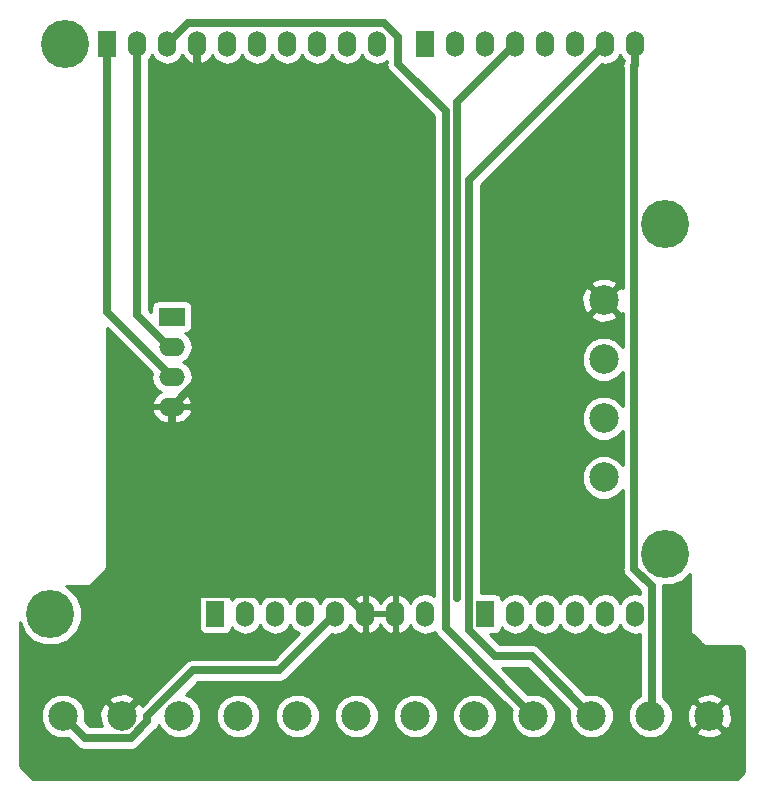
<source format=gbr>
G04 #@! TF.GenerationSoftware,KiCad,Pcbnew,(5.0.1)-3*
G04 #@! TF.CreationDate,2019-04-12T12:39:31-05:00*
G04 #@! TF.ProjectId,Arduino_As_Uno,41726475696E6F5F41735F556E6F2E6B,rev?*
G04 #@! TF.SameCoordinates,Original*
G04 #@! TF.FileFunction,Copper,L1,Top,Signal*
G04 #@! TF.FilePolarity,Positive*
%FSLAX46Y46*%
G04 Gerber Fmt 4.6, Leading zero omitted, Abs format (unit mm)*
G04 Created by KiCad (PCBNEW (5.0.1)-3) date 12/04/2019 12:39:31*
%MOMM*%
%LPD*%
G01*
G04 APERTURE LIST*
G04 #@! TA.AperFunction,ComponentPad*
%ADD10C,4.064000*%
G04 #@! TD*
G04 #@! TA.AperFunction,ComponentPad*
%ADD11C,2.500000*%
G04 #@! TD*
G04 #@! TA.AperFunction,ComponentPad*
%ADD12R,1.524000X2.199640*%
G04 #@! TD*
G04 #@! TA.AperFunction,ComponentPad*
%ADD13O,1.524000X2.199640*%
G04 #@! TD*
G04 #@! TA.AperFunction,ComponentPad*
%ADD14R,2.199640X1.524000*%
G04 #@! TD*
G04 #@! TA.AperFunction,ComponentPad*
%ADD15O,2.199640X1.524000*%
G04 #@! TD*
G04 #@! TA.AperFunction,ViaPad*
%ADD16C,0.600000*%
G04 #@! TD*
G04 #@! TA.AperFunction,Conductor*
%ADD17C,0.700000*%
G04 #@! TD*
G04 #@! TA.AperFunction,Conductor*
%ADD18C,0.254000*%
G04 #@! TD*
G04 APERTURE END LIST*
D10*
G04 #@! TO.P,P8,1*
G04 #@! TO.N,N/C*
X177038000Y-90805000D03*
G04 #@! TD*
G04 #@! TO.P,P6,1*
G04 #@! TO.N,N/C*
X177038000Y-118745000D03*
G04 #@! TD*
D11*
G04 #@! TO.P,P10,7*
G04 #@! TO.N,/AREF*
X165876000Y-132461000D03*
G04 #@! TO.P,P10,6*
G04 #@! TO.N,/A1*
X160876000Y-132461000D03*
G04 #@! TO.P,P10,5*
G04 #@! TO.N,/A0*
X155876000Y-132461000D03*
G04 #@! TO.P,P10,4*
G04 #@! TO.N,/4*
X150876000Y-132461000D03*
G04 #@! TO.P,P10,3*
G04 #@! TO.N,/5(\002A\002A)*
X145876000Y-132461000D03*
G04 #@! TO.P,P10,1*
G04 #@! TO.N,/7*
X135876000Y-132461000D03*
G04 #@! TO.P,P10,2*
G04 #@! TO.N,/6(\002A\002A)*
X140876000Y-132461000D03*
G04 #@! TD*
D10*
G04 #@! TO.P,P5,1*
G04 #@! TO.N,N/C*
X124968000Y-123825000D03*
G04 #@! TD*
G04 #@! TO.P,P7,1*
G04 #@! TO.N,N/C*
X126238000Y-75565000D03*
G04 #@! TD*
D11*
G04 #@! TO.P,P9,4*
G04 #@! TO.N,GND*
X171831000Y-97275000D03*
G04 #@! TO.P,P9,3*
G04 #@! TO.N,/(SCL)*
X171831000Y-102275000D03*
G04 #@! TO.P,P9,1*
G04 #@! TO.N,+5V*
X171831000Y-112275000D03*
G04 #@! TO.P,P9,2*
G04 #@! TO.N,/(SDA)*
X171831000Y-107275000D03*
G04 #@! TD*
G04 #@! TO.P,P11,1*
G04 #@! TO.N,+5V*
X126024000Y-132461000D03*
G04 #@! TO.P,P11,2*
G04 #@! TO.N,GND*
X131024000Y-132461000D03*
G04 #@! TD*
D12*
G04 #@! TO.P,P3,1*
G04 #@! TO.N,/(SCL)*
X129794000Y-75565000D03*
D13*
G04 #@! TO.P,P3,2*
G04 #@! TO.N,/(SDA)*
X132334000Y-75565000D03*
G04 #@! TO.P,P3,3*
G04 #@! TO.N,/AREF*
X134874000Y-75565000D03*
G04 #@! TO.P,P3,4*
G04 #@! TO.N,GND*
X137414000Y-75565000D03*
G04 #@! TO.P,P3,5*
G04 #@! TO.N,N/C*
X139954000Y-75565000D03*
G04 #@! TO.P,P3,6*
X142494000Y-75565000D03*
G04 #@! TO.P,P3,7*
X145034000Y-75565000D03*
G04 #@! TO.P,P3,8*
X147574000Y-75565000D03*
G04 #@! TO.P,P3,9*
X150114000Y-75565000D03*
G04 #@! TO.P,P3,10*
X152654000Y-75565000D03*
G04 #@! TD*
D12*
G04 #@! TO.P,P1,1*
G04 #@! TO.N,N/C*
X138938000Y-123825000D03*
D13*
G04 #@! TO.P,P1,2*
X141478000Y-123825000D03*
G04 #@! TO.P,P1,3*
X144018000Y-123825000D03*
G04 #@! TO.P,P1,4*
X146558000Y-123825000D03*
G04 #@! TO.P,P1,5*
G04 #@! TO.N,+5V*
X149098000Y-123825000D03*
G04 #@! TO.P,P1,6*
G04 #@! TO.N,GND*
X151638000Y-123825000D03*
G04 #@! TO.P,P1,7*
X154178000Y-123825000D03*
G04 #@! TO.P,P1,8*
G04 #@! TO.N,N/C*
X156718000Y-123825000D03*
G04 #@! TD*
D12*
G04 #@! TO.P,P2,1*
G04 #@! TO.N,/A0*
X161798000Y-123825000D03*
D13*
G04 #@! TO.P,P2,2*
G04 #@! TO.N,/A1*
X164338000Y-123825000D03*
G04 #@! TO.P,P2,3*
G04 #@! TO.N,N/C*
X166878000Y-123825000D03*
G04 #@! TO.P,P2,4*
X169418000Y-123825000D03*
G04 #@! TO.P,P2,5*
X171958000Y-123825000D03*
G04 #@! TO.P,P2,6*
X174498000Y-123825000D03*
G04 #@! TD*
D12*
G04 #@! TO.P,P4,1*
G04 #@! TO.N,/7*
X156718000Y-75565000D03*
D13*
G04 #@! TO.P,P4,2*
G04 #@! TO.N,/6(\002A\002A)*
X159258000Y-75565000D03*
G04 #@! TO.P,P4,3*
G04 #@! TO.N,/5(\002A\002A)*
X161798000Y-75565000D03*
G04 #@! TO.P,P4,4*
G04 #@! TO.N,/4*
X164338000Y-75565000D03*
G04 #@! TO.P,P4,5*
G04 #@! TO.N,N/C*
X166878000Y-75565000D03*
G04 #@! TO.P,P4,6*
X169418000Y-75565000D03*
G04 #@! TO.P,P4,7*
G04 #@! TO.N,/1(Tx)*
X171958000Y-75565000D03*
G04 #@! TO.P,P4,8*
G04 #@! TO.N,/0(Rx)*
X174498000Y-75565000D03*
G04 #@! TD*
D11*
G04 #@! TO.P,J1,3*
G04 #@! TO.N,GND*
X180768000Y-132461000D03*
G04 #@! TO.P,J1,1*
G04 #@! TO.N,/1(Tx)*
X170768000Y-132461000D03*
G04 #@! TO.P,J1,2*
G04 #@! TO.N,/0(Rx)*
X175768000Y-132461000D03*
G04 #@! TD*
D14*
G04 #@! TO.P,P12,1*
G04 #@! TO.N,+5V*
X135255000Y-98679000D03*
D15*
G04 #@! TO.P,P12,2*
G04 #@! TO.N,/(SDA)*
X135255000Y-101219000D03*
G04 #@! TO.P,P12,3*
G04 #@! TO.N,/(SCL)*
X135255000Y-103759000D03*
G04 #@! TO.P,P12,4*
G04 #@! TO.N,GND*
X135255000Y-106299000D03*
G04 #@! TD*
D16*
G04 #@! TO.N,/4*
X159437100Y-122458400D03*
G04 #@! TD*
D17*
G04 #@! TO.N,+5V*
X127893300Y-134330300D02*
X126024000Y-132461000D01*
X131800400Y-134330300D02*
X127893300Y-134330300D01*
X133196300Y-132934400D02*
X131800400Y-134330300D01*
X133196300Y-132511700D02*
X133196300Y-132934400D01*
X137088200Y-128619800D02*
X133196300Y-132511700D01*
X144303200Y-128619800D02*
X137088200Y-128619800D01*
X149098000Y-123825000D02*
X144303200Y-128619800D01*
G04 #@! TO.N,GND*
X137414000Y-104140000D02*
X135255000Y-106299000D01*
X137414000Y-75565000D02*
X137414000Y-104140000D01*
X149937700Y-122124700D02*
X135255000Y-122124700D01*
X151638000Y-123825000D02*
X149937700Y-122124700D01*
X135255000Y-106299000D02*
X135255000Y-122124700D01*
X135255000Y-128230000D02*
X131024000Y-132461000D01*
X135255000Y-122124700D02*
X135255000Y-128230000D01*
G04 #@! TO.N,/(SCL)*
X129794000Y-98298000D02*
X129794000Y-77364800D01*
X135255000Y-103759000D02*
X129794000Y-98298000D01*
X129794000Y-75565000D02*
X129794000Y-77364800D01*
G04 #@! TO.N,/(SDA)*
X132334000Y-98522200D02*
X132334000Y-75565000D01*
X135030800Y-101219000D02*
X132334000Y-98522200D01*
X135255000Y-101219000D02*
X135030800Y-101219000D01*
G04 #@! TO.N,/AREF*
X158444000Y-125029000D02*
X165876000Y-132461000D01*
X158444000Y-81283100D02*
X158444000Y-125029000D01*
X154426200Y-77265300D02*
X158444000Y-81283100D01*
X154426200Y-75014600D02*
X154426200Y-77265300D01*
X153225600Y-73814000D02*
X154426200Y-75014600D01*
X136625000Y-73814000D02*
X153225600Y-73814000D01*
X134874000Y-75565000D02*
X136625000Y-73814000D01*
G04 #@! TO.N,/4*
X159437100Y-80465900D02*
X159437100Y-122458400D01*
X164338000Y-75565000D02*
X159437100Y-80465900D01*
G04 #@! TO.N,/1(Tx)*
X160430100Y-87092900D02*
X171958000Y-75565000D01*
X160430100Y-125195000D02*
X160430100Y-87092900D01*
X162640900Y-127405800D02*
X160430100Y-125195000D01*
X165712800Y-127405800D02*
X162640900Y-127405800D01*
X170768000Y-132461000D02*
X165712800Y-127405800D01*
G04 #@! TO.N,/0(Rx)*
X174405600Y-77457300D02*
X174498000Y-77364900D01*
X174405600Y-120031800D02*
X174405600Y-77457300D01*
X175876000Y-121502200D02*
X174405600Y-120031800D01*
X175876000Y-132353000D02*
X175876000Y-121502200D01*
X175768000Y-132461000D02*
X175876000Y-132353000D01*
X174498000Y-75565000D02*
X174498000Y-77364900D01*
G04 #@! TD*
D18*
G04 #@! TO.N,GND*
G36*
X137541000Y-75438000D02*
X137561000Y-75438000D01*
X137561000Y-75692000D01*
X137541000Y-75692000D01*
X137541000Y-77134540D01*
X137757070Y-77257040D01*
X137831277Y-77242080D01*
X138312026Y-76980450D01*
X138656059Y-76554761D01*
X138672420Y-76499331D01*
X138946821Y-76910000D01*
X139408919Y-77218764D01*
X139954000Y-77327188D01*
X140499082Y-77218764D01*
X140961180Y-76910000D01*
X141224000Y-76516662D01*
X141486821Y-76910000D01*
X141948919Y-77218764D01*
X142494000Y-77327188D01*
X143039082Y-77218764D01*
X143501180Y-76910000D01*
X143764000Y-76516662D01*
X144026821Y-76910000D01*
X144488919Y-77218764D01*
X145034000Y-77327188D01*
X145579082Y-77218764D01*
X146041180Y-76910000D01*
X146304000Y-76516662D01*
X146566821Y-76910000D01*
X147028919Y-77218764D01*
X147574000Y-77327188D01*
X148119082Y-77218764D01*
X148581180Y-76910000D01*
X148844000Y-76516662D01*
X149106821Y-76910000D01*
X149568919Y-77218764D01*
X150114000Y-77327188D01*
X150659082Y-77218764D01*
X151121180Y-76910000D01*
X151384000Y-76516662D01*
X151646821Y-76910000D01*
X152108919Y-77218764D01*
X152654000Y-77327188D01*
X153199082Y-77218764D01*
X153441201Y-77056985D01*
X153441201Y-77168287D01*
X153421904Y-77265300D01*
X153498351Y-77649627D01*
X153661102Y-77893202D01*
X153661105Y-77893205D01*
X153716056Y-77975445D01*
X153798296Y-78030396D01*
X157459000Y-81691100D01*
X157459001Y-122302146D01*
X157263081Y-122171236D01*
X156718000Y-122062812D01*
X156172918Y-122171236D01*
X155710820Y-122480001D01*
X155436420Y-122890670D01*
X155420059Y-122835239D01*
X155076026Y-122409550D01*
X154595277Y-122147920D01*
X154521070Y-122132960D01*
X154305000Y-122255460D01*
X154305000Y-123698000D01*
X154325000Y-123698000D01*
X154325000Y-123952000D01*
X154305000Y-123952000D01*
X154305000Y-125394540D01*
X154521070Y-125517040D01*
X154595277Y-125502080D01*
X155076026Y-125240450D01*
X155420059Y-124814761D01*
X155436420Y-124759331D01*
X155710821Y-125170000D01*
X156172919Y-125478764D01*
X156718000Y-125587188D01*
X157263082Y-125478764D01*
X157497951Y-125321829D01*
X157516151Y-125413327D01*
X157678902Y-125656902D01*
X157678905Y-125656905D01*
X157733856Y-125739145D01*
X157816096Y-125794096D01*
X164025283Y-132003283D01*
X163991000Y-132086050D01*
X163991000Y-132835950D01*
X164277974Y-133528767D01*
X164808233Y-134059026D01*
X165501050Y-134346000D01*
X166250950Y-134346000D01*
X166943767Y-134059026D01*
X167474026Y-133528767D01*
X167761000Y-132835950D01*
X167761000Y-132086050D01*
X167474026Y-131393233D01*
X166943767Y-130862974D01*
X166250950Y-130576000D01*
X165501050Y-130576000D01*
X165418283Y-130610283D01*
X163198800Y-128390800D01*
X165304800Y-128390800D01*
X168917283Y-132003283D01*
X168883000Y-132086050D01*
X168883000Y-132835950D01*
X169169974Y-133528767D01*
X169700233Y-134059026D01*
X170393050Y-134346000D01*
X171142950Y-134346000D01*
X171835767Y-134059026D01*
X172366026Y-133528767D01*
X172653000Y-132835950D01*
X172653000Y-132086050D01*
X172366026Y-131393233D01*
X171835767Y-130862974D01*
X171142950Y-130576000D01*
X170393050Y-130576000D01*
X170310283Y-130610283D01*
X166477897Y-126777897D01*
X166422945Y-126695655D01*
X166097128Y-126477951D01*
X165809812Y-126420800D01*
X165809808Y-126420800D01*
X165712800Y-126401504D01*
X165615792Y-126420800D01*
X163048900Y-126420800D01*
X162200360Y-125572260D01*
X162560000Y-125572260D01*
X162807765Y-125522977D01*
X163017809Y-125382629D01*
X163158157Y-125172585D01*
X163198162Y-124971463D01*
X163330821Y-125170000D01*
X163792919Y-125478764D01*
X164338000Y-125587188D01*
X164883082Y-125478764D01*
X165345180Y-125170000D01*
X165608000Y-124776662D01*
X165870821Y-125170000D01*
X166332919Y-125478764D01*
X166878000Y-125587188D01*
X167423082Y-125478764D01*
X167885180Y-125170000D01*
X168148000Y-124776662D01*
X168410821Y-125170000D01*
X168872919Y-125478764D01*
X169418000Y-125587188D01*
X169963082Y-125478764D01*
X170425180Y-125170000D01*
X170688000Y-124776662D01*
X170950821Y-125170000D01*
X171412919Y-125478764D01*
X171958000Y-125587188D01*
X172503082Y-125478764D01*
X172965180Y-125170000D01*
X173228000Y-124776662D01*
X173490821Y-125170000D01*
X173952919Y-125478764D01*
X174498000Y-125587188D01*
X174891001Y-125509015D01*
X174891000Y-130783956D01*
X174700233Y-130862974D01*
X174169974Y-131393233D01*
X173883000Y-132086050D01*
X173883000Y-132835950D01*
X174169974Y-133528767D01*
X174700233Y-134059026D01*
X175393050Y-134346000D01*
X176142950Y-134346000D01*
X176835767Y-134059026D01*
X177100473Y-133794320D01*
X179614285Y-133794320D01*
X179743533Y-134087123D01*
X180443806Y-134355388D01*
X181193435Y-134335250D01*
X181792467Y-134087123D01*
X181921715Y-133794320D01*
X180768000Y-132640605D01*
X179614285Y-133794320D01*
X177100473Y-133794320D01*
X177366026Y-133528767D01*
X177653000Y-132835950D01*
X177653000Y-132136806D01*
X178873612Y-132136806D01*
X178893750Y-132886435D01*
X179141877Y-133485467D01*
X179434680Y-133614715D01*
X180588395Y-132461000D01*
X180947605Y-132461000D01*
X182101320Y-133614715D01*
X182394123Y-133485467D01*
X182662388Y-132785194D01*
X182642250Y-132035565D01*
X182394123Y-131436533D01*
X182101320Y-131307285D01*
X180947605Y-132461000D01*
X180588395Y-132461000D01*
X179434680Y-131307285D01*
X179141877Y-131436533D01*
X178873612Y-132136806D01*
X177653000Y-132136806D01*
X177653000Y-132086050D01*
X177366026Y-131393233D01*
X177100473Y-131127680D01*
X179614285Y-131127680D01*
X180768000Y-132281395D01*
X181921715Y-131127680D01*
X181792467Y-130834877D01*
X181092194Y-130566612D01*
X180342565Y-130586750D01*
X179743533Y-130834877D01*
X179614285Y-131127680D01*
X177100473Y-131127680D01*
X176861000Y-130888207D01*
X176861000Y-121599208D01*
X176880296Y-121502200D01*
X176862354Y-121412000D01*
X177568499Y-121412000D01*
X178548734Y-121005974D01*
X179122001Y-120432707D01*
X179122001Y-125025071D01*
X179108091Y-125095000D01*
X179147280Y-125292012D01*
X179163196Y-125372028D01*
X179320120Y-125606881D01*
X179379401Y-125646492D01*
X180042509Y-126309601D01*
X180082119Y-126368881D01*
X180141398Y-126408490D01*
X180141399Y-126408491D01*
X180316972Y-126525805D01*
X180594000Y-126580909D01*
X180663926Y-126567000D01*
X183347909Y-126567000D01*
X183694000Y-126913091D01*
X183694001Y-137246908D01*
X183093910Y-137847000D01*
X123484091Y-137847000D01*
X122376000Y-136738910D01*
X122376000Y-132086050D01*
X124139000Y-132086050D01*
X124139000Y-132835950D01*
X124425974Y-133528767D01*
X124956233Y-134059026D01*
X125649050Y-134346000D01*
X126398950Y-134346000D01*
X126481717Y-134311717D01*
X127128202Y-134958202D01*
X127183155Y-135040445D01*
X127508972Y-135258149D01*
X127796288Y-135315300D01*
X127796292Y-135315300D01*
X127893299Y-135334596D01*
X127990306Y-135315300D01*
X131703392Y-135315300D01*
X131800400Y-135334596D01*
X131897408Y-135315300D01*
X131897412Y-135315300D01*
X132184728Y-135258149D01*
X132510545Y-135040445D01*
X132565498Y-134958202D01*
X133824205Y-133699496D01*
X133906445Y-133644545D01*
X133961396Y-133562305D01*
X133961398Y-133562303D01*
X134124149Y-133318728D01*
X134145828Y-133209739D01*
X134277974Y-133528767D01*
X134808233Y-134059026D01*
X135501050Y-134346000D01*
X136250950Y-134346000D01*
X136943767Y-134059026D01*
X137474026Y-133528767D01*
X137761000Y-132835950D01*
X137761000Y-132086050D01*
X138991000Y-132086050D01*
X138991000Y-132835950D01*
X139277974Y-133528767D01*
X139808233Y-134059026D01*
X140501050Y-134346000D01*
X141250950Y-134346000D01*
X141943767Y-134059026D01*
X142474026Y-133528767D01*
X142761000Y-132835950D01*
X142761000Y-132086050D01*
X143991000Y-132086050D01*
X143991000Y-132835950D01*
X144277974Y-133528767D01*
X144808233Y-134059026D01*
X145501050Y-134346000D01*
X146250950Y-134346000D01*
X146943767Y-134059026D01*
X147474026Y-133528767D01*
X147761000Y-132835950D01*
X147761000Y-132086050D01*
X148991000Y-132086050D01*
X148991000Y-132835950D01*
X149277974Y-133528767D01*
X149808233Y-134059026D01*
X150501050Y-134346000D01*
X151250950Y-134346000D01*
X151943767Y-134059026D01*
X152474026Y-133528767D01*
X152761000Y-132835950D01*
X152761000Y-132086050D01*
X153991000Y-132086050D01*
X153991000Y-132835950D01*
X154277974Y-133528767D01*
X154808233Y-134059026D01*
X155501050Y-134346000D01*
X156250950Y-134346000D01*
X156943767Y-134059026D01*
X157474026Y-133528767D01*
X157761000Y-132835950D01*
X157761000Y-132086050D01*
X158991000Y-132086050D01*
X158991000Y-132835950D01*
X159277974Y-133528767D01*
X159808233Y-134059026D01*
X160501050Y-134346000D01*
X161250950Y-134346000D01*
X161943767Y-134059026D01*
X162474026Y-133528767D01*
X162761000Y-132835950D01*
X162761000Y-132086050D01*
X162474026Y-131393233D01*
X161943767Y-130862974D01*
X161250950Y-130576000D01*
X160501050Y-130576000D01*
X159808233Y-130862974D01*
X159277974Y-131393233D01*
X158991000Y-132086050D01*
X157761000Y-132086050D01*
X157474026Y-131393233D01*
X156943767Y-130862974D01*
X156250950Y-130576000D01*
X155501050Y-130576000D01*
X154808233Y-130862974D01*
X154277974Y-131393233D01*
X153991000Y-132086050D01*
X152761000Y-132086050D01*
X152474026Y-131393233D01*
X151943767Y-130862974D01*
X151250950Y-130576000D01*
X150501050Y-130576000D01*
X149808233Y-130862974D01*
X149277974Y-131393233D01*
X148991000Y-132086050D01*
X147761000Y-132086050D01*
X147474026Y-131393233D01*
X146943767Y-130862974D01*
X146250950Y-130576000D01*
X145501050Y-130576000D01*
X144808233Y-130862974D01*
X144277974Y-131393233D01*
X143991000Y-132086050D01*
X142761000Y-132086050D01*
X142474026Y-131393233D01*
X141943767Y-130862974D01*
X141250950Y-130576000D01*
X140501050Y-130576000D01*
X139808233Y-130862974D01*
X139277974Y-131393233D01*
X138991000Y-132086050D01*
X137761000Y-132086050D01*
X137474026Y-131393233D01*
X136943767Y-130862974D01*
X136444733Y-130656268D01*
X137496201Y-129604800D01*
X144206192Y-129604800D01*
X144303200Y-129624096D01*
X144400208Y-129604800D01*
X144400212Y-129604800D01*
X144687528Y-129547649D01*
X145013345Y-129329945D01*
X145068298Y-129247702D01*
X148790065Y-125525935D01*
X149098000Y-125587188D01*
X149643082Y-125478764D01*
X150105180Y-125170000D01*
X150379580Y-124759331D01*
X150395941Y-124814761D01*
X150739974Y-125240450D01*
X151220723Y-125502080D01*
X151294930Y-125517040D01*
X151511000Y-125394540D01*
X151511000Y-123952000D01*
X151765000Y-123952000D01*
X151765000Y-125394540D01*
X151981070Y-125517040D01*
X152055277Y-125502080D01*
X152536026Y-125240450D01*
X152880059Y-124814761D01*
X152908000Y-124720097D01*
X152935941Y-124814761D01*
X153279974Y-125240450D01*
X153760723Y-125502080D01*
X153834930Y-125517040D01*
X154051000Y-125394540D01*
X154051000Y-123952000D01*
X151765000Y-123952000D01*
X151511000Y-123952000D01*
X151491000Y-123952000D01*
X151491000Y-123698000D01*
X151511000Y-123698000D01*
X151511000Y-122255460D01*
X151765000Y-122255460D01*
X151765000Y-123698000D01*
X154051000Y-123698000D01*
X154051000Y-122255460D01*
X153834930Y-122132960D01*
X153760723Y-122147920D01*
X153279974Y-122409550D01*
X152935941Y-122835239D01*
X152908000Y-122929903D01*
X152880059Y-122835239D01*
X152536026Y-122409550D01*
X152055277Y-122147920D01*
X151981070Y-122132960D01*
X151765000Y-122255460D01*
X151511000Y-122255460D01*
X151294930Y-122132960D01*
X151220723Y-122147920D01*
X150739974Y-122409550D01*
X150395941Y-122835239D01*
X150379580Y-122890669D01*
X150105179Y-122480000D01*
X149643081Y-122171236D01*
X149098000Y-122062812D01*
X148552918Y-122171236D01*
X148090820Y-122480001D01*
X147828000Y-122873339D01*
X147565179Y-122480000D01*
X147103081Y-122171236D01*
X146558000Y-122062812D01*
X146012918Y-122171236D01*
X145550820Y-122480001D01*
X145288000Y-122873339D01*
X145025179Y-122480000D01*
X144563081Y-122171236D01*
X144018000Y-122062812D01*
X143472918Y-122171236D01*
X143010820Y-122480001D01*
X142748000Y-122873339D01*
X142485179Y-122480000D01*
X142023081Y-122171236D01*
X141478000Y-122062812D01*
X140932918Y-122171236D01*
X140470820Y-122480001D01*
X140338162Y-122678537D01*
X140298157Y-122477415D01*
X140157809Y-122267371D01*
X139947765Y-122127023D01*
X139700000Y-122077740D01*
X138176000Y-122077740D01*
X137928235Y-122127023D01*
X137718191Y-122267371D01*
X137577843Y-122477415D01*
X137528560Y-122725180D01*
X137528560Y-124924820D01*
X137577843Y-125172585D01*
X137718191Y-125382629D01*
X137928235Y-125522977D01*
X138176000Y-125572260D01*
X139700000Y-125572260D01*
X139947765Y-125522977D01*
X140157809Y-125382629D01*
X140298157Y-125172585D01*
X140338162Y-124971463D01*
X140470821Y-125170000D01*
X140932919Y-125478764D01*
X141478000Y-125587188D01*
X142023082Y-125478764D01*
X142485180Y-125170000D01*
X142748000Y-124776662D01*
X143010821Y-125170000D01*
X143472919Y-125478764D01*
X144018000Y-125587188D01*
X144563082Y-125478764D01*
X145025180Y-125170000D01*
X145288000Y-124776662D01*
X145550821Y-125170000D01*
X146012919Y-125478764D01*
X146044879Y-125485121D01*
X143895200Y-127634800D01*
X137185208Y-127634800D01*
X137088200Y-127615504D01*
X136991192Y-127634800D01*
X136991188Y-127634800D01*
X136703872Y-127691951D01*
X136460297Y-127854702D01*
X136460295Y-127854704D01*
X136378055Y-127909655D01*
X136323104Y-127991895D01*
X132717003Y-131597997D01*
X132650123Y-131436533D01*
X132357320Y-131307285D01*
X131203605Y-132461000D01*
X131217748Y-132475143D01*
X131038143Y-132654748D01*
X131024000Y-132640605D01*
X131009858Y-132654748D01*
X130830253Y-132475143D01*
X130844395Y-132461000D01*
X129690680Y-131307285D01*
X129397877Y-131436533D01*
X129129612Y-132136806D01*
X129149750Y-132886435D01*
X129339818Y-133345300D01*
X128301300Y-133345300D01*
X127874717Y-132918717D01*
X127909000Y-132835950D01*
X127909000Y-132086050D01*
X127622026Y-131393233D01*
X127356473Y-131127680D01*
X129870285Y-131127680D01*
X131024000Y-132281395D01*
X132177715Y-131127680D01*
X132048467Y-130834877D01*
X131348194Y-130566612D01*
X130598565Y-130586750D01*
X129999533Y-130834877D01*
X129870285Y-131127680D01*
X127356473Y-131127680D01*
X127091767Y-130862974D01*
X126398950Y-130576000D01*
X125649050Y-130576000D01*
X124956233Y-130862974D01*
X124425974Y-131393233D01*
X124139000Y-132086050D01*
X122376000Y-132086050D01*
X122376000Y-124536565D01*
X122707026Y-125335734D01*
X123457266Y-126085974D01*
X124437501Y-126492000D01*
X125498499Y-126492000D01*
X126478734Y-126085974D01*
X127228974Y-125335734D01*
X127635000Y-124355499D01*
X127635000Y-123294501D01*
X127228974Y-122314266D01*
X126478734Y-121564026D01*
X126292776Y-121487000D01*
X127946076Y-121487000D01*
X128016000Y-121500909D01*
X128085924Y-121487000D01*
X128085926Y-121487000D01*
X128293028Y-121445805D01*
X128527881Y-121288881D01*
X128567494Y-121229596D01*
X129484599Y-120312492D01*
X129543881Y-120272881D01*
X129700805Y-120038028D01*
X129742000Y-119830926D01*
X129742000Y-119830925D01*
X129755909Y-119761000D01*
X129742000Y-119691076D01*
X129742000Y-106642070D01*
X133562960Y-106642070D01*
X133577920Y-106716277D01*
X133839550Y-107197026D01*
X134265239Y-107541059D01*
X134790180Y-107696000D01*
X135128000Y-107696000D01*
X135128000Y-106426000D01*
X135382000Y-106426000D01*
X135382000Y-107696000D01*
X135719820Y-107696000D01*
X136244761Y-107541059D01*
X136670450Y-107197026D01*
X136932080Y-106716277D01*
X136947040Y-106642070D01*
X136824540Y-106426000D01*
X135382000Y-106426000D01*
X135128000Y-106426000D01*
X133685460Y-106426000D01*
X133562960Y-106642070D01*
X129742000Y-106642070D01*
X129742000Y-99639000D01*
X133554064Y-103451064D01*
X133492812Y-103759000D01*
X133601236Y-104304082D01*
X133910000Y-104766180D01*
X134320669Y-105040580D01*
X134265239Y-105056941D01*
X133839550Y-105400974D01*
X133577920Y-105881723D01*
X133562960Y-105955930D01*
X133685460Y-106172000D01*
X135128000Y-106172000D01*
X135128000Y-106152000D01*
X135382000Y-106152000D01*
X135382000Y-106172000D01*
X136824540Y-106172000D01*
X136947040Y-105955930D01*
X136932080Y-105881723D01*
X136670450Y-105400974D01*
X136244761Y-105056941D01*
X136189331Y-105040580D01*
X136600000Y-104766180D01*
X136908764Y-104304082D01*
X137017188Y-103759000D01*
X136908764Y-103213918D01*
X136600000Y-102751820D01*
X136206662Y-102489000D01*
X136600000Y-102226180D01*
X136908764Y-101764082D01*
X137017188Y-101219000D01*
X136908764Y-100673918D01*
X136600000Y-100211820D01*
X136401463Y-100079162D01*
X136602585Y-100039157D01*
X136812629Y-99898809D01*
X136952977Y-99688765D01*
X137002260Y-99441000D01*
X137002260Y-97917000D01*
X136952977Y-97669235D01*
X136812629Y-97459191D01*
X136602585Y-97318843D01*
X136354820Y-97269560D01*
X134155180Y-97269560D01*
X133907415Y-97318843D01*
X133697371Y-97459191D01*
X133557023Y-97669235D01*
X133507740Y-97917000D01*
X133507740Y-98302940D01*
X133319000Y-98114200D01*
X133319000Y-76924820D01*
X133341180Y-76910000D01*
X133604000Y-76516662D01*
X133866821Y-76910000D01*
X134328919Y-77218764D01*
X134874000Y-77327188D01*
X135419082Y-77218764D01*
X135881180Y-76910000D01*
X136155580Y-76499331D01*
X136171941Y-76554761D01*
X136515974Y-76980450D01*
X136996723Y-77242080D01*
X137070930Y-77257040D01*
X137287000Y-77134540D01*
X137287000Y-75692000D01*
X137267000Y-75692000D01*
X137267000Y-75438000D01*
X137287000Y-75438000D01*
X137287000Y-75418000D01*
X137541000Y-75418000D01*
X137541000Y-75438000D01*
X137541000Y-75438000D01*
G37*
X137541000Y-75438000D02*
X137561000Y-75438000D01*
X137561000Y-75692000D01*
X137541000Y-75692000D01*
X137541000Y-77134540D01*
X137757070Y-77257040D01*
X137831277Y-77242080D01*
X138312026Y-76980450D01*
X138656059Y-76554761D01*
X138672420Y-76499331D01*
X138946821Y-76910000D01*
X139408919Y-77218764D01*
X139954000Y-77327188D01*
X140499082Y-77218764D01*
X140961180Y-76910000D01*
X141224000Y-76516662D01*
X141486821Y-76910000D01*
X141948919Y-77218764D01*
X142494000Y-77327188D01*
X143039082Y-77218764D01*
X143501180Y-76910000D01*
X143764000Y-76516662D01*
X144026821Y-76910000D01*
X144488919Y-77218764D01*
X145034000Y-77327188D01*
X145579082Y-77218764D01*
X146041180Y-76910000D01*
X146304000Y-76516662D01*
X146566821Y-76910000D01*
X147028919Y-77218764D01*
X147574000Y-77327188D01*
X148119082Y-77218764D01*
X148581180Y-76910000D01*
X148844000Y-76516662D01*
X149106821Y-76910000D01*
X149568919Y-77218764D01*
X150114000Y-77327188D01*
X150659082Y-77218764D01*
X151121180Y-76910000D01*
X151384000Y-76516662D01*
X151646821Y-76910000D01*
X152108919Y-77218764D01*
X152654000Y-77327188D01*
X153199082Y-77218764D01*
X153441201Y-77056985D01*
X153441201Y-77168287D01*
X153421904Y-77265300D01*
X153498351Y-77649627D01*
X153661102Y-77893202D01*
X153661105Y-77893205D01*
X153716056Y-77975445D01*
X153798296Y-78030396D01*
X157459000Y-81691100D01*
X157459001Y-122302146D01*
X157263081Y-122171236D01*
X156718000Y-122062812D01*
X156172918Y-122171236D01*
X155710820Y-122480001D01*
X155436420Y-122890670D01*
X155420059Y-122835239D01*
X155076026Y-122409550D01*
X154595277Y-122147920D01*
X154521070Y-122132960D01*
X154305000Y-122255460D01*
X154305000Y-123698000D01*
X154325000Y-123698000D01*
X154325000Y-123952000D01*
X154305000Y-123952000D01*
X154305000Y-125394540D01*
X154521070Y-125517040D01*
X154595277Y-125502080D01*
X155076026Y-125240450D01*
X155420059Y-124814761D01*
X155436420Y-124759331D01*
X155710821Y-125170000D01*
X156172919Y-125478764D01*
X156718000Y-125587188D01*
X157263082Y-125478764D01*
X157497951Y-125321829D01*
X157516151Y-125413327D01*
X157678902Y-125656902D01*
X157678905Y-125656905D01*
X157733856Y-125739145D01*
X157816096Y-125794096D01*
X164025283Y-132003283D01*
X163991000Y-132086050D01*
X163991000Y-132835950D01*
X164277974Y-133528767D01*
X164808233Y-134059026D01*
X165501050Y-134346000D01*
X166250950Y-134346000D01*
X166943767Y-134059026D01*
X167474026Y-133528767D01*
X167761000Y-132835950D01*
X167761000Y-132086050D01*
X167474026Y-131393233D01*
X166943767Y-130862974D01*
X166250950Y-130576000D01*
X165501050Y-130576000D01*
X165418283Y-130610283D01*
X163198800Y-128390800D01*
X165304800Y-128390800D01*
X168917283Y-132003283D01*
X168883000Y-132086050D01*
X168883000Y-132835950D01*
X169169974Y-133528767D01*
X169700233Y-134059026D01*
X170393050Y-134346000D01*
X171142950Y-134346000D01*
X171835767Y-134059026D01*
X172366026Y-133528767D01*
X172653000Y-132835950D01*
X172653000Y-132086050D01*
X172366026Y-131393233D01*
X171835767Y-130862974D01*
X171142950Y-130576000D01*
X170393050Y-130576000D01*
X170310283Y-130610283D01*
X166477897Y-126777897D01*
X166422945Y-126695655D01*
X166097128Y-126477951D01*
X165809812Y-126420800D01*
X165809808Y-126420800D01*
X165712800Y-126401504D01*
X165615792Y-126420800D01*
X163048900Y-126420800D01*
X162200360Y-125572260D01*
X162560000Y-125572260D01*
X162807765Y-125522977D01*
X163017809Y-125382629D01*
X163158157Y-125172585D01*
X163198162Y-124971463D01*
X163330821Y-125170000D01*
X163792919Y-125478764D01*
X164338000Y-125587188D01*
X164883082Y-125478764D01*
X165345180Y-125170000D01*
X165608000Y-124776662D01*
X165870821Y-125170000D01*
X166332919Y-125478764D01*
X166878000Y-125587188D01*
X167423082Y-125478764D01*
X167885180Y-125170000D01*
X168148000Y-124776662D01*
X168410821Y-125170000D01*
X168872919Y-125478764D01*
X169418000Y-125587188D01*
X169963082Y-125478764D01*
X170425180Y-125170000D01*
X170688000Y-124776662D01*
X170950821Y-125170000D01*
X171412919Y-125478764D01*
X171958000Y-125587188D01*
X172503082Y-125478764D01*
X172965180Y-125170000D01*
X173228000Y-124776662D01*
X173490821Y-125170000D01*
X173952919Y-125478764D01*
X174498000Y-125587188D01*
X174891001Y-125509015D01*
X174891000Y-130783956D01*
X174700233Y-130862974D01*
X174169974Y-131393233D01*
X173883000Y-132086050D01*
X173883000Y-132835950D01*
X174169974Y-133528767D01*
X174700233Y-134059026D01*
X175393050Y-134346000D01*
X176142950Y-134346000D01*
X176835767Y-134059026D01*
X177100473Y-133794320D01*
X179614285Y-133794320D01*
X179743533Y-134087123D01*
X180443806Y-134355388D01*
X181193435Y-134335250D01*
X181792467Y-134087123D01*
X181921715Y-133794320D01*
X180768000Y-132640605D01*
X179614285Y-133794320D01*
X177100473Y-133794320D01*
X177366026Y-133528767D01*
X177653000Y-132835950D01*
X177653000Y-132136806D01*
X178873612Y-132136806D01*
X178893750Y-132886435D01*
X179141877Y-133485467D01*
X179434680Y-133614715D01*
X180588395Y-132461000D01*
X180947605Y-132461000D01*
X182101320Y-133614715D01*
X182394123Y-133485467D01*
X182662388Y-132785194D01*
X182642250Y-132035565D01*
X182394123Y-131436533D01*
X182101320Y-131307285D01*
X180947605Y-132461000D01*
X180588395Y-132461000D01*
X179434680Y-131307285D01*
X179141877Y-131436533D01*
X178873612Y-132136806D01*
X177653000Y-132136806D01*
X177653000Y-132086050D01*
X177366026Y-131393233D01*
X177100473Y-131127680D01*
X179614285Y-131127680D01*
X180768000Y-132281395D01*
X181921715Y-131127680D01*
X181792467Y-130834877D01*
X181092194Y-130566612D01*
X180342565Y-130586750D01*
X179743533Y-130834877D01*
X179614285Y-131127680D01*
X177100473Y-131127680D01*
X176861000Y-130888207D01*
X176861000Y-121599208D01*
X176880296Y-121502200D01*
X176862354Y-121412000D01*
X177568499Y-121412000D01*
X178548734Y-121005974D01*
X179122001Y-120432707D01*
X179122001Y-125025071D01*
X179108091Y-125095000D01*
X179147280Y-125292012D01*
X179163196Y-125372028D01*
X179320120Y-125606881D01*
X179379401Y-125646492D01*
X180042509Y-126309601D01*
X180082119Y-126368881D01*
X180141398Y-126408490D01*
X180141399Y-126408491D01*
X180316972Y-126525805D01*
X180594000Y-126580909D01*
X180663926Y-126567000D01*
X183347909Y-126567000D01*
X183694000Y-126913091D01*
X183694001Y-137246908D01*
X183093910Y-137847000D01*
X123484091Y-137847000D01*
X122376000Y-136738910D01*
X122376000Y-132086050D01*
X124139000Y-132086050D01*
X124139000Y-132835950D01*
X124425974Y-133528767D01*
X124956233Y-134059026D01*
X125649050Y-134346000D01*
X126398950Y-134346000D01*
X126481717Y-134311717D01*
X127128202Y-134958202D01*
X127183155Y-135040445D01*
X127508972Y-135258149D01*
X127796288Y-135315300D01*
X127796292Y-135315300D01*
X127893299Y-135334596D01*
X127990306Y-135315300D01*
X131703392Y-135315300D01*
X131800400Y-135334596D01*
X131897408Y-135315300D01*
X131897412Y-135315300D01*
X132184728Y-135258149D01*
X132510545Y-135040445D01*
X132565498Y-134958202D01*
X133824205Y-133699496D01*
X133906445Y-133644545D01*
X133961396Y-133562305D01*
X133961398Y-133562303D01*
X134124149Y-133318728D01*
X134145828Y-133209739D01*
X134277974Y-133528767D01*
X134808233Y-134059026D01*
X135501050Y-134346000D01*
X136250950Y-134346000D01*
X136943767Y-134059026D01*
X137474026Y-133528767D01*
X137761000Y-132835950D01*
X137761000Y-132086050D01*
X138991000Y-132086050D01*
X138991000Y-132835950D01*
X139277974Y-133528767D01*
X139808233Y-134059026D01*
X140501050Y-134346000D01*
X141250950Y-134346000D01*
X141943767Y-134059026D01*
X142474026Y-133528767D01*
X142761000Y-132835950D01*
X142761000Y-132086050D01*
X143991000Y-132086050D01*
X143991000Y-132835950D01*
X144277974Y-133528767D01*
X144808233Y-134059026D01*
X145501050Y-134346000D01*
X146250950Y-134346000D01*
X146943767Y-134059026D01*
X147474026Y-133528767D01*
X147761000Y-132835950D01*
X147761000Y-132086050D01*
X148991000Y-132086050D01*
X148991000Y-132835950D01*
X149277974Y-133528767D01*
X149808233Y-134059026D01*
X150501050Y-134346000D01*
X151250950Y-134346000D01*
X151943767Y-134059026D01*
X152474026Y-133528767D01*
X152761000Y-132835950D01*
X152761000Y-132086050D01*
X153991000Y-132086050D01*
X153991000Y-132835950D01*
X154277974Y-133528767D01*
X154808233Y-134059026D01*
X155501050Y-134346000D01*
X156250950Y-134346000D01*
X156943767Y-134059026D01*
X157474026Y-133528767D01*
X157761000Y-132835950D01*
X157761000Y-132086050D01*
X158991000Y-132086050D01*
X158991000Y-132835950D01*
X159277974Y-133528767D01*
X159808233Y-134059026D01*
X160501050Y-134346000D01*
X161250950Y-134346000D01*
X161943767Y-134059026D01*
X162474026Y-133528767D01*
X162761000Y-132835950D01*
X162761000Y-132086050D01*
X162474026Y-131393233D01*
X161943767Y-130862974D01*
X161250950Y-130576000D01*
X160501050Y-130576000D01*
X159808233Y-130862974D01*
X159277974Y-131393233D01*
X158991000Y-132086050D01*
X157761000Y-132086050D01*
X157474026Y-131393233D01*
X156943767Y-130862974D01*
X156250950Y-130576000D01*
X155501050Y-130576000D01*
X154808233Y-130862974D01*
X154277974Y-131393233D01*
X153991000Y-132086050D01*
X152761000Y-132086050D01*
X152474026Y-131393233D01*
X151943767Y-130862974D01*
X151250950Y-130576000D01*
X150501050Y-130576000D01*
X149808233Y-130862974D01*
X149277974Y-131393233D01*
X148991000Y-132086050D01*
X147761000Y-132086050D01*
X147474026Y-131393233D01*
X146943767Y-130862974D01*
X146250950Y-130576000D01*
X145501050Y-130576000D01*
X144808233Y-130862974D01*
X144277974Y-131393233D01*
X143991000Y-132086050D01*
X142761000Y-132086050D01*
X142474026Y-131393233D01*
X141943767Y-130862974D01*
X141250950Y-130576000D01*
X140501050Y-130576000D01*
X139808233Y-130862974D01*
X139277974Y-131393233D01*
X138991000Y-132086050D01*
X137761000Y-132086050D01*
X137474026Y-131393233D01*
X136943767Y-130862974D01*
X136444733Y-130656268D01*
X137496201Y-129604800D01*
X144206192Y-129604800D01*
X144303200Y-129624096D01*
X144400208Y-129604800D01*
X144400212Y-129604800D01*
X144687528Y-129547649D01*
X145013345Y-129329945D01*
X145068298Y-129247702D01*
X148790065Y-125525935D01*
X149098000Y-125587188D01*
X149643082Y-125478764D01*
X150105180Y-125170000D01*
X150379580Y-124759331D01*
X150395941Y-124814761D01*
X150739974Y-125240450D01*
X151220723Y-125502080D01*
X151294930Y-125517040D01*
X151511000Y-125394540D01*
X151511000Y-123952000D01*
X151765000Y-123952000D01*
X151765000Y-125394540D01*
X151981070Y-125517040D01*
X152055277Y-125502080D01*
X152536026Y-125240450D01*
X152880059Y-124814761D01*
X152908000Y-124720097D01*
X152935941Y-124814761D01*
X153279974Y-125240450D01*
X153760723Y-125502080D01*
X153834930Y-125517040D01*
X154051000Y-125394540D01*
X154051000Y-123952000D01*
X151765000Y-123952000D01*
X151511000Y-123952000D01*
X151491000Y-123952000D01*
X151491000Y-123698000D01*
X151511000Y-123698000D01*
X151511000Y-122255460D01*
X151765000Y-122255460D01*
X151765000Y-123698000D01*
X154051000Y-123698000D01*
X154051000Y-122255460D01*
X153834930Y-122132960D01*
X153760723Y-122147920D01*
X153279974Y-122409550D01*
X152935941Y-122835239D01*
X152908000Y-122929903D01*
X152880059Y-122835239D01*
X152536026Y-122409550D01*
X152055277Y-122147920D01*
X151981070Y-122132960D01*
X151765000Y-122255460D01*
X151511000Y-122255460D01*
X151294930Y-122132960D01*
X151220723Y-122147920D01*
X150739974Y-122409550D01*
X150395941Y-122835239D01*
X150379580Y-122890669D01*
X150105179Y-122480000D01*
X149643081Y-122171236D01*
X149098000Y-122062812D01*
X148552918Y-122171236D01*
X148090820Y-122480001D01*
X147828000Y-122873339D01*
X147565179Y-122480000D01*
X147103081Y-122171236D01*
X146558000Y-122062812D01*
X146012918Y-122171236D01*
X145550820Y-122480001D01*
X145288000Y-122873339D01*
X145025179Y-122480000D01*
X144563081Y-122171236D01*
X144018000Y-122062812D01*
X143472918Y-122171236D01*
X143010820Y-122480001D01*
X142748000Y-122873339D01*
X142485179Y-122480000D01*
X142023081Y-122171236D01*
X141478000Y-122062812D01*
X140932918Y-122171236D01*
X140470820Y-122480001D01*
X140338162Y-122678537D01*
X140298157Y-122477415D01*
X140157809Y-122267371D01*
X139947765Y-122127023D01*
X139700000Y-122077740D01*
X138176000Y-122077740D01*
X137928235Y-122127023D01*
X137718191Y-122267371D01*
X137577843Y-122477415D01*
X137528560Y-122725180D01*
X137528560Y-124924820D01*
X137577843Y-125172585D01*
X137718191Y-125382629D01*
X137928235Y-125522977D01*
X138176000Y-125572260D01*
X139700000Y-125572260D01*
X139947765Y-125522977D01*
X140157809Y-125382629D01*
X140298157Y-125172585D01*
X140338162Y-124971463D01*
X140470821Y-125170000D01*
X140932919Y-125478764D01*
X141478000Y-125587188D01*
X142023082Y-125478764D01*
X142485180Y-125170000D01*
X142748000Y-124776662D01*
X143010821Y-125170000D01*
X143472919Y-125478764D01*
X144018000Y-125587188D01*
X144563082Y-125478764D01*
X145025180Y-125170000D01*
X145288000Y-124776662D01*
X145550821Y-125170000D01*
X146012919Y-125478764D01*
X146044879Y-125485121D01*
X143895200Y-127634800D01*
X137185208Y-127634800D01*
X137088200Y-127615504D01*
X136991192Y-127634800D01*
X136991188Y-127634800D01*
X136703872Y-127691951D01*
X136460297Y-127854702D01*
X136460295Y-127854704D01*
X136378055Y-127909655D01*
X136323104Y-127991895D01*
X132717003Y-131597997D01*
X132650123Y-131436533D01*
X132357320Y-131307285D01*
X131203605Y-132461000D01*
X131217748Y-132475143D01*
X131038143Y-132654748D01*
X131024000Y-132640605D01*
X131009858Y-132654748D01*
X130830253Y-132475143D01*
X130844395Y-132461000D01*
X129690680Y-131307285D01*
X129397877Y-131436533D01*
X129129612Y-132136806D01*
X129149750Y-132886435D01*
X129339818Y-133345300D01*
X128301300Y-133345300D01*
X127874717Y-132918717D01*
X127909000Y-132835950D01*
X127909000Y-132086050D01*
X127622026Y-131393233D01*
X127356473Y-131127680D01*
X129870285Y-131127680D01*
X131024000Y-132281395D01*
X132177715Y-131127680D01*
X132048467Y-130834877D01*
X131348194Y-130566612D01*
X130598565Y-130586750D01*
X129999533Y-130834877D01*
X129870285Y-131127680D01*
X127356473Y-131127680D01*
X127091767Y-130862974D01*
X126398950Y-130576000D01*
X125649050Y-130576000D01*
X124956233Y-130862974D01*
X124425974Y-131393233D01*
X124139000Y-132086050D01*
X122376000Y-132086050D01*
X122376000Y-124536565D01*
X122707026Y-125335734D01*
X123457266Y-126085974D01*
X124437501Y-126492000D01*
X125498499Y-126492000D01*
X126478734Y-126085974D01*
X127228974Y-125335734D01*
X127635000Y-124355499D01*
X127635000Y-123294501D01*
X127228974Y-122314266D01*
X126478734Y-121564026D01*
X126292776Y-121487000D01*
X127946076Y-121487000D01*
X128016000Y-121500909D01*
X128085924Y-121487000D01*
X128085926Y-121487000D01*
X128293028Y-121445805D01*
X128527881Y-121288881D01*
X128567494Y-121229596D01*
X129484599Y-120312492D01*
X129543881Y-120272881D01*
X129700805Y-120038028D01*
X129742000Y-119830926D01*
X129742000Y-119830925D01*
X129755909Y-119761000D01*
X129742000Y-119691076D01*
X129742000Y-106642070D01*
X133562960Y-106642070D01*
X133577920Y-106716277D01*
X133839550Y-107197026D01*
X134265239Y-107541059D01*
X134790180Y-107696000D01*
X135128000Y-107696000D01*
X135128000Y-106426000D01*
X135382000Y-106426000D01*
X135382000Y-107696000D01*
X135719820Y-107696000D01*
X136244761Y-107541059D01*
X136670450Y-107197026D01*
X136932080Y-106716277D01*
X136947040Y-106642070D01*
X136824540Y-106426000D01*
X135382000Y-106426000D01*
X135128000Y-106426000D01*
X133685460Y-106426000D01*
X133562960Y-106642070D01*
X129742000Y-106642070D01*
X129742000Y-99639000D01*
X133554064Y-103451064D01*
X133492812Y-103759000D01*
X133601236Y-104304082D01*
X133910000Y-104766180D01*
X134320669Y-105040580D01*
X134265239Y-105056941D01*
X133839550Y-105400974D01*
X133577920Y-105881723D01*
X133562960Y-105955930D01*
X133685460Y-106172000D01*
X135128000Y-106172000D01*
X135128000Y-106152000D01*
X135382000Y-106152000D01*
X135382000Y-106172000D01*
X136824540Y-106172000D01*
X136947040Y-105955930D01*
X136932080Y-105881723D01*
X136670450Y-105400974D01*
X136244761Y-105056941D01*
X136189331Y-105040580D01*
X136600000Y-104766180D01*
X136908764Y-104304082D01*
X137017188Y-103759000D01*
X136908764Y-103213918D01*
X136600000Y-102751820D01*
X136206662Y-102489000D01*
X136600000Y-102226180D01*
X136908764Y-101764082D01*
X137017188Y-101219000D01*
X136908764Y-100673918D01*
X136600000Y-100211820D01*
X136401463Y-100079162D01*
X136602585Y-100039157D01*
X136812629Y-99898809D01*
X136952977Y-99688765D01*
X137002260Y-99441000D01*
X137002260Y-97917000D01*
X136952977Y-97669235D01*
X136812629Y-97459191D01*
X136602585Y-97318843D01*
X136354820Y-97269560D01*
X134155180Y-97269560D01*
X133907415Y-97318843D01*
X133697371Y-97459191D01*
X133557023Y-97669235D01*
X133507740Y-97917000D01*
X133507740Y-98302940D01*
X133319000Y-98114200D01*
X133319000Y-76924820D01*
X133341180Y-76910000D01*
X133604000Y-76516662D01*
X133866821Y-76910000D01*
X134328919Y-77218764D01*
X134874000Y-77327188D01*
X135419082Y-77218764D01*
X135881180Y-76910000D01*
X136155580Y-76499331D01*
X136171941Y-76554761D01*
X136515974Y-76980450D01*
X136996723Y-77242080D01*
X137070930Y-77257040D01*
X137287000Y-77134540D01*
X137287000Y-75692000D01*
X137267000Y-75692000D01*
X137267000Y-75438000D01*
X137287000Y-75438000D01*
X137287000Y-75418000D01*
X137541000Y-75418000D01*
X137541000Y-75438000D01*
G36*
X173490821Y-76910000D02*
X173513001Y-76924820D01*
X173513001Y-77020218D01*
X173477751Y-77072973D01*
X173401304Y-77457300D01*
X173420601Y-77554313D01*
X173420601Y-96234411D01*
X173164320Y-96121285D01*
X172010605Y-97275000D01*
X173164320Y-98428715D01*
X173420601Y-98315589D01*
X173420600Y-101198807D01*
X172898767Y-100676974D01*
X172205950Y-100390000D01*
X171456050Y-100390000D01*
X170763233Y-100676974D01*
X170232974Y-101207233D01*
X169946000Y-101900050D01*
X169946000Y-102649950D01*
X170232974Y-103342767D01*
X170763233Y-103873026D01*
X171456050Y-104160000D01*
X172205950Y-104160000D01*
X172898767Y-103873026D01*
X173420600Y-103351193D01*
X173420600Y-106198807D01*
X172898767Y-105676974D01*
X172205950Y-105390000D01*
X171456050Y-105390000D01*
X170763233Y-105676974D01*
X170232974Y-106207233D01*
X169946000Y-106900050D01*
X169946000Y-107649950D01*
X170232974Y-108342767D01*
X170763233Y-108873026D01*
X171456050Y-109160000D01*
X172205950Y-109160000D01*
X172898767Y-108873026D01*
X173420600Y-108351193D01*
X173420600Y-111198807D01*
X172898767Y-110676974D01*
X172205950Y-110390000D01*
X171456050Y-110390000D01*
X170763233Y-110676974D01*
X170232974Y-111207233D01*
X169946000Y-111900050D01*
X169946000Y-112649950D01*
X170232974Y-113342767D01*
X170763233Y-113873026D01*
X171456050Y-114160000D01*
X172205950Y-114160000D01*
X172898767Y-113873026D01*
X173420600Y-113351193D01*
X173420600Y-119934792D01*
X173401304Y-120031800D01*
X173420600Y-120128808D01*
X173420600Y-120128811D01*
X173459505Y-120324400D01*
X173477751Y-120416127D01*
X173583473Y-120574351D01*
X173695455Y-120741945D01*
X173777698Y-120796898D01*
X174891001Y-121910202D01*
X174891001Y-122140985D01*
X174498000Y-122062812D01*
X173952918Y-122171236D01*
X173490820Y-122480001D01*
X173228000Y-122873339D01*
X172965179Y-122480000D01*
X172503081Y-122171236D01*
X171958000Y-122062812D01*
X171412918Y-122171236D01*
X170950820Y-122480001D01*
X170688000Y-122873339D01*
X170425179Y-122480000D01*
X169963081Y-122171236D01*
X169418000Y-122062812D01*
X168872918Y-122171236D01*
X168410820Y-122480001D01*
X168148000Y-122873339D01*
X167885179Y-122480000D01*
X167423081Y-122171236D01*
X166878000Y-122062812D01*
X166332918Y-122171236D01*
X165870820Y-122480001D01*
X165608000Y-122873339D01*
X165345179Y-122480000D01*
X164883081Y-122171236D01*
X164338000Y-122062812D01*
X163792918Y-122171236D01*
X163330820Y-122480001D01*
X163198162Y-122678537D01*
X163158157Y-122477415D01*
X163017809Y-122267371D01*
X162807765Y-122127023D01*
X162560000Y-122077740D01*
X161415100Y-122077740D01*
X161415100Y-98608320D01*
X170677285Y-98608320D01*
X170806533Y-98901123D01*
X171506806Y-99169388D01*
X172256435Y-99149250D01*
X172855467Y-98901123D01*
X172984715Y-98608320D01*
X171831000Y-97454605D01*
X170677285Y-98608320D01*
X161415100Y-98608320D01*
X161415100Y-96950806D01*
X169936612Y-96950806D01*
X169956750Y-97700435D01*
X170204877Y-98299467D01*
X170497680Y-98428715D01*
X171651395Y-97275000D01*
X170497680Y-96121285D01*
X170204877Y-96250533D01*
X169936612Y-96950806D01*
X161415100Y-96950806D01*
X161415100Y-95941680D01*
X170677285Y-95941680D01*
X171831000Y-97095395D01*
X172984715Y-95941680D01*
X172855467Y-95648877D01*
X172155194Y-95380612D01*
X171405565Y-95400750D01*
X170806533Y-95648877D01*
X170677285Y-95941680D01*
X161415100Y-95941680D01*
X161415100Y-87500900D01*
X171650065Y-77265936D01*
X171958000Y-77327188D01*
X172503082Y-77218764D01*
X172965180Y-76910000D01*
X173228000Y-76516662D01*
X173490821Y-76910000D01*
X173490821Y-76910000D01*
G37*
X173490821Y-76910000D02*
X173513001Y-76924820D01*
X173513001Y-77020218D01*
X173477751Y-77072973D01*
X173401304Y-77457300D01*
X173420601Y-77554313D01*
X173420601Y-96234411D01*
X173164320Y-96121285D01*
X172010605Y-97275000D01*
X173164320Y-98428715D01*
X173420601Y-98315589D01*
X173420600Y-101198807D01*
X172898767Y-100676974D01*
X172205950Y-100390000D01*
X171456050Y-100390000D01*
X170763233Y-100676974D01*
X170232974Y-101207233D01*
X169946000Y-101900050D01*
X169946000Y-102649950D01*
X170232974Y-103342767D01*
X170763233Y-103873026D01*
X171456050Y-104160000D01*
X172205950Y-104160000D01*
X172898767Y-103873026D01*
X173420600Y-103351193D01*
X173420600Y-106198807D01*
X172898767Y-105676974D01*
X172205950Y-105390000D01*
X171456050Y-105390000D01*
X170763233Y-105676974D01*
X170232974Y-106207233D01*
X169946000Y-106900050D01*
X169946000Y-107649950D01*
X170232974Y-108342767D01*
X170763233Y-108873026D01*
X171456050Y-109160000D01*
X172205950Y-109160000D01*
X172898767Y-108873026D01*
X173420600Y-108351193D01*
X173420600Y-111198807D01*
X172898767Y-110676974D01*
X172205950Y-110390000D01*
X171456050Y-110390000D01*
X170763233Y-110676974D01*
X170232974Y-111207233D01*
X169946000Y-111900050D01*
X169946000Y-112649950D01*
X170232974Y-113342767D01*
X170763233Y-113873026D01*
X171456050Y-114160000D01*
X172205950Y-114160000D01*
X172898767Y-113873026D01*
X173420600Y-113351193D01*
X173420600Y-119934792D01*
X173401304Y-120031800D01*
X173420600Y-120128808D01*
X173420600Y-120128811D01*
X173459505Y-120324400D01*
X173477751Y-120416127D01*
X173583473Y-120574351D01*
X173695455Y-120741945D01*
X173777698Y-120796898D01*
X174891001Y-121910202D01*
X174891001Y-122140985D01*
X174498000Y-122062812D01*
X173952918Y-122171236D01*
X173490820Y-122480001D01*
X173228000Y-122873339D01*
X172965179Y-122480000D01*
X172503081Y-122171236D01*
X171958000Y-122062812D01*
X171412918Y-122171236D01*
X170950820Y-122480001D01*
X170688000Y-122873339D01*
X170425179Y-122480000D01*
X169963081Y-122171236D01*
X169418000Y-122062812D01*
X168872918Y-122171236D01*
X168410820Y-122480001D01*
X168148000Y-122873339D01*
X167885179Y-122480000D01*
X167423081Y-122171236D01*
X166878000Y-122062812D01*
X166332918Y-122171236D01*
X165870820Y-122480001D01*
X165608000Y-122873339D01*
X165345179Y-122480000D01*
X164883081Y-122171236D01*
X164338000Y-122062812D01*
X163792918Y-122171236D01*
X163330820Y-122480001D01*
X163198162Y-122678537D01*
X163158157Y-122477415D01*
X163017809Y-122267371D01*
X162807765Y-122127023D01*
X162560000Y-122077740D01*
X161415100Y-122077740D01*
X161415100Y-98608320D01*
X170677285Y-98608320D01*
X170806533Y-98901123D01*
X171506806Y-99169388D01*
X172256435Y-99149250D01*
X172855467Y-98901123D01*
X172984715Y-98608320D01*
X171831000Y-97454605D01*
X170677285Y-98608320D01*
X161415100Y-98608320D01*
X161415100Y-96950806D01*
X169936612Y-96950806D01*
X169956750Y-97700435D01*
X170204877Y-98299467D01*
X170497680Y-98428715D01*
X171651395Y-97275000D01*
X170497680Y-96121285D01*
X170204877Y-96250533D01*
X169936612Y-96950806D01*
X161415100Y-96950806D01*
X161415100Y-95941680D01*
X170677285Y-95941680D01*
X171831000Y-97095395D01*
X172984715Y-95941680D01*
X172855467Y-95648877D01*
X172155194Y-95380612D01*
X171405565Y-95400750D01*
X170806533Y-95648877D01*
X170677285Y-95941680D01*
X161415100Y-95941680D01*
X161415100Y-87500900D01*
X171650065Y-77265936D01*
X171958000Y-77327188D01*
X172503082Y-77218764D01*
X172965180Y-76910000D01*
X173228000Y-76516662D01*
X173490821Y-76910000D01*
G04 #@! TD*
M02*

</source>
